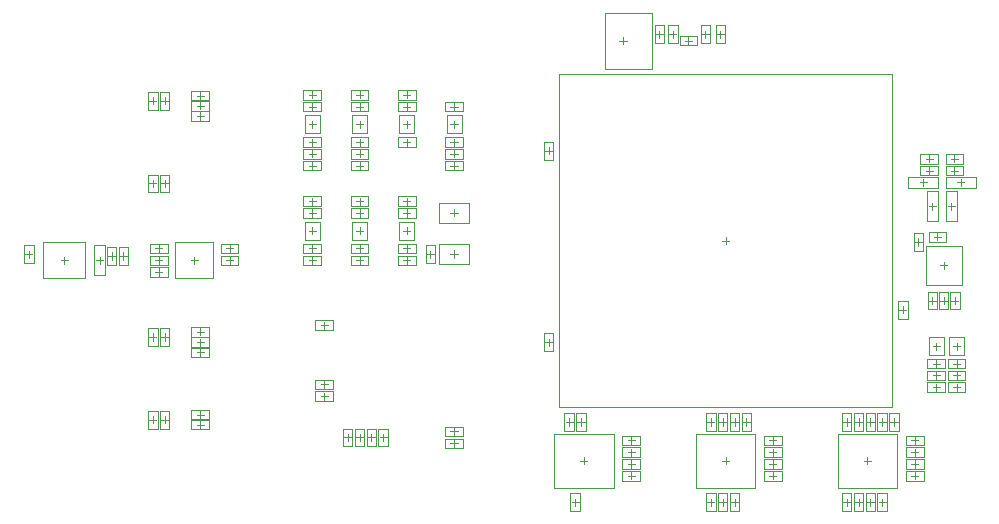
<source format=gbr>
%TF.GenerationSoftware,Altium Limited,Altium Designer,20.0.13 (296)*%
G04 Layer_Color=32896*
%FSLAX26Y26*%
%MOIN*%
%TF.FileFunction,Other,Top_Courtyard*%
%TF.Part,Single*%
G01*
G75*
%TA.AperFunction,NonConductor*%
%ADD62C,0.001968*%
D62*
X1466323Y774087D02*
Y840087D01*
X1368323D02*
X1466323D01*
X1368323Y774087D02*
Y840087D01*
Y774087D02*
X1466323D01*
X1405512Y808087D02*
X1429134D01*
X1417323Y796276D02*
Y819898D01*
X2795276Y107299D02*
Y130921D01*
X2783465Y119110D02*
X2807087D01*
X2696276Y29110D02*
X2894276D01*
X2696276D02*
Y207110D01*
X2894276D01*
Y29110D02*
Y207110D01*
X944882Y1169291D02*
Y1192913D01*
X933071Y1181102D02*
X956693D01*
X915354Y1165354D02*
X974409D01*
X915354Y1196850D02*
X974409D01*
Y1165354D02*
Y1196850D01*
X915354Y1165354D02*
Y1196850D01*
X2089842Y1541339D02*
X2113464D01*
X2101653Y1529528D02*
Y1553150D01*
X2085905Y1511811D02*
Y1570866D01*
X2117401Y1511811D02*
Y1570866D01*
X2085905Y1511811D02*
X2117401D01*
X2085905Y1570866D02*
X2117401D01*
X3030811Y917992D02*
Y1017992D01*
X2992811D02*
X3030811D01*
X2992811Y917992D02*
X3030811D01*
X2992811D02*
Y1017992D01*
X3011811Y956181D02*
Y979803D01*
X3000000Y967992D02*
X3023622D01*
X1767835Y296772D02*
Y1406772D01*
Y296772D02*
X2877835D01*
Y1406772D01*
X1767835D02*
X2877835D01*
X2311024Y851772D02*
X2334646D01*
X2322835Y839961D02*
Y863583D01*
X1968897Y1518937D02*
X1992519D01*
X1980708Y1507126D02*
Y1530748D01*
X1919708Y1424937D02*
Y1612937D01*
X2076708D01*
Y1424937D02*
Y1612937D01*
X1919708Y1424937D02*
X2076708D01*
X217220Y737402D02*
Y837402D01*
Y737402D02*
X255220D01*
X217220Y837402D02*
X255220D01*
Y737402D02*
Y837402D01*
X236220Y775591D02*
Y799213D01*
X224410Y787402D02*
X248031D01*
X401575Y1043307D02*
X425197D01*
X413386Y1031496D02*
Y1055118D01*
X429134Y1013779D02*
Y1072835D01*
X397638Y1013779D02*
Y1072835D01*
X429134D01*
X397638Y1013779D02*
X429134D01*
X440945Y1043307D02*
X464567D01*
X452756Y1031496D02*
Y1055118D01*
X437008Y1013779D02*
Y1072835D01*
X468504Y1013779D02*
Y1072835D01*
X437008Y1013779D02*
X468504D01*
X437008Y1072835D02*
X468504D01*
X440945Y1318898D02*
X464567D01*
X452756Y1307087D02*
Y1330709D01*
X468504Y1289370D02*
Y1348425D01*
X437008Y1289370D02*
Y1348425D01*
X468504D01*
X437008Y1289370D02*
X468504D01*
X401575Y1318898D02*
X425197D01*
X413386Y1307087D02*
Y1330709D01*
X397638Y1289370D02*
Y1348425D01*
X429134Y1289370D02*
Y1348425D01*
X397638Y1289370D02*
X429134D01*
X397638Y1348425D02*
X429134D01*
X401575Y255905D02*
X425197D01*
X413386Y244095D02*
Y267716D01*
X429134Y226378D02*
Y285433D01*
X397638Y226378D02*
Y285433D01*
X429134D01*
X397638Y226378D02*
X429134D01*
X440945Y255905D02*
X464567D01*
X452756Y244095D02*
Y267716D01*
X437008Y226378D02*
Y285433D01*
X468504Y226378D02*
Y285433D01*
X437008Y226378D02*
X468504D01*
X437008Y285433D02*
X468504D01*
X401575Y531496D02*
X425197D01*
X413386Y519685D02*
Y543307D01*
X429134Y501969D02*
Y561024D01*
X397638Y501969D02*
Y561024D01*
X429134D01*
X397638Y501969D02*
X429134D01*
X440945Y531496D02*
X464567D01*
X452756Y519685D02*
Y543307D01*
X437008Y501969D02*
Y561024D01*
X468504Y501969D02*
Y561024D01*
X437008Y501969D02*
X468504D01*
X437008Y561024D02*
X468504D01*
X570866Y227165D02*
Y250787D01*
X559055Y238976D02*
X582677D01*
X541338Y223228D02*
X600394D01*
X541338Y254724D02*
X600394D01*
Y223228D02*
Y254724D01*
X541338Y223228D02*
Y254724D01*
X3055807Y1027732D02*
X3155807D01*
Y1065732D01*
X3055807Y1027732D02*
Y1065732D01*
X3155807D01*
X3093996Y1046732D02*
X3117618D01*
X3105807Y1034921D02*
Y1058543D01*
X3085236Y1074291D02*
Y1097913D01*
X3073425Y1086102D02*
X3097047D01*
X3055709Y1101851D02*
X3114764D01*
X3055709Y1070354D02*
X3114764D01*
X3055709D02*
Y1101851D01*
X3114764Y1070354D02*
Y1101851D01*
X3085236Y1113661D02*
Y1137283D01*
X3073425Y1125472D02*
X3097047D01*
X3055709Y1141220D02*
X3114764D01*
X3055709Y1109724D02*
X3114764D01*
X3055709D02*
Y1141220D01*
X3114764Y1109724D02*
Y1141220D01*
X3074803Y653032D02*
X3098425D01*
X3086614Y641221D02*
Y664842D01*
X3102362Y623504D02*
Y682559D01*
X3070866Y623504D02*
Y682559D01*
X3102362D01*
X3070866Y623504D02*
X3102362D01*
X3000000Y653032D02*
X3023622D01*
X3011811Y641221D02*
Y664842D01*
X2996063Y623504D02*
Y682559D01*
X3027559Y623504D02*
Y682559D01*
X2996063Y623504D02*
X3027559D01*
X2996063Y682559D02*
X3027559D01*
X2953189Y848071D02*
X2976811D01*
X2965000Y836260D02*
Y859882D01*
X2949252Y818543D02*
Y877598D01*
X2980748Y818543D02*
Y877598D01*
X2949252Y818543D02*
X2980748D01*
X2949252Y877598D02*
X2980748D01*
X2930807Y1065732D02*
X3030807D01*
X2930807Y1027732D02*
Y1065732D01*
X3030807Y1027732D02*
Y1065732D01*
X2930807Y1027732D02*
X3030807D01*
X2968996Y1046732D02*
X2992618D01*
X2980807Y1034921D02*
Y1058543D01*
X3001378Y1074291D02*
Y1097913D01*
X2989567Y1086102D02*
X3013189D01*
X2971850Y1070354D02*
X3030906D01*
X2971850Y1101850D02*
X3030906D01*
Y1070354D02*
Y1101850D01*
X2971850Y1070354D02*
Y1101850D01*
X3001378Y1113661D02*
Y1137283D01*
X2989567Y1125472D02*
X3013189D01*
X2971850Y1109724D02*
X3030906D01*
X2971850Y1141220D02*
X3030906D01*
Y1109724D02*
Y1141220D01*
X2971850Y1109724D02*
Y1141220D01*
X669291Y814961D02*
Y838583D01*
X657480Y826772D02*
X681102D01*
X639764Y811024D02*
X698819D01*
X639764Y842520D02*
X698819D01*
Y811024D02*
Y842520D01*
X639764Y811024D02*
Y842520D01*
X433071Y736221D02*
Y759842D01*
X421260Y748032D02*
X444882D01*
X403543Y732283D02*
X462599D01*
X403543Y763779D02*
X462599D01*
Y732283D02*
Y763779D01*
X403543Y732283D02*
Y763779D01*
X433071Y814961D02*
Y838583D01*
X421260Y826772D02*
X444882D01*
X403543Y842520D02*
X462599D01*
X403543Y811024D02*
X462599D01*
X403543D02*
Y842520D01*
X462599Y811024D02*
Y842520D01*
X-11811Y807874D02*
X11811D01*
X0Y796063D02*
Y819685D01*
X-15748Y778346D02*
Y837402D01*
X15748Y778346D02*
Y837402D01*
X-15748Y778346D02*
X15748D01*
X-15748Y837402D02*
X15748D01*
X263780Y801476D02*
X287402D01*
X275591Y789665D02*
Y813287D01*
X291339Y771949D02*
Y831004D01*
X259843Y771949D02*
Y831004D01*
X291339D01*
X259843Y771949D02*
X291339D01*
X303150Y801476D02*
X326772D01*
X314961Y789665D02*
Y813287D01*
X299212Y771949D02*
Y831004D01*
X330709Y771949D02*
Y831004D01*
X299212Y771949D02*
X330709D01*
X299212Y831004D02*
X330709D01*
X2901575Y622244D02*
X2925197D01*
X2913386Y610433D02*
Y634055D01*
X2929134Y592716D02*
Y651772D01*
X2897638Y592716D02*
Y651772D01*
X2929134D01*
X2897638Y592716D02*
X2929134D01*
X2243700Y1541339D02*
X2267322D01*
X2255511Y1529528D02*
Y1553150D01*
X2239763Y1511811D02*
Y1570866D01*
X2271259Y1511811D02*
Y1570866D01*
X2239763Y1511811D02*
X2271259D01*
X2239763Y1570866D02*
X2271259D01*
X2134842Y1541339D02*
X2158464D01*
X2146653Y1529528D02*
Y1553150D01*
X2130905Y1511811D02*
Y1570866D01*
X2162401Y1511811D02*
Y1570866D01*
X2130905Y1511811D02*
X2162401D01*
X2130905Y1570866D02*
X2162401D01*
X3092441Y431181D02*
Y454803D01*
X3080630Y442992D02*
X3104252D01*
X3062913Y427244D02*
X3121968D01*
X3062913Y458740D02*
X3121968D01*
Y427244D02*
Y458740D01*
X3062913Y427244D02*
Y458740D01*
X3024685Y431181D02*
Y454803D01*
X3012874Y442992D02*
X3036496D01*
X2995157Y427244D02*
X3054213D01*
X2995157Y458740D02*
X3054213D01*
Y427244D02*
Y458740D01*
X2995157Y427244D02*
Y458740D01*
X2007874Y135827D02*
Y159449D01*
X1996063Y147638D02*
X2019685D01*
X1978346Y163386D02*
X2037402D01*
X1978346Y131890D02*
X2037402D01*
X1978346D02*
Y163386D01*
X2037402Y131890D02*
Y163386D01*
X2007874Y96457D02*
Y120079D01*
X1996063Y108268D02*
X2019685D01*
X1978346Y124016D02*
X2037402D01*
X1978346Y92520D02*
X2037402D01*
X1978346D02*
Y124016D01*
X2037402Y92520D02*
Y124016D01*
X2007874Y57087D02*
Y80709D01*
X1996063Y68898D02*
X2019685D01*
X1978346Y84646D02*
X2037402D01*
X1978346Y53150D02*
X2037402D01*
X1978346D02*
Y84646D01*
X2037402Y53150D02*
Y84646D01*
X1789370Y248031D02*
X1812992D01*
X1801181Y236220D02*
Y259842D01*
X1785433Y218504D02*
Y277559D01*
X1816929Y218504D02*
Y277559D01*
X1785433Y218504D02*
X1816929D01*
X1785433Y277559D02*
X1816929D01*
X1828740Y248031D02*
X1852362D01*
X1840551Y236220D02*
Y259842D01*
X1824803Y218504D02*
Y277559D01*
X1856299Y218504D02*
Y277559D01*
X1824803Y218504D02*
X1856299D01*
X1824803Y277559D02*
X1856299D01*
X1809055Y-19685D02*
X1832677D01*
X1820866Y-31496D02*
Y-7874D01*
X1836614Y-49213D02*
Y9843D01*
X1805118Y-49213D02*
Y9843D01*
X1836614D01*
X1805118Y-49213D02*
X1836614D01*
X2480315Y175197D02*
Y198819D01*
X2468504Y187008D02*
X2492126D01*
X2450787Y202756D02*
X2509843D01*
X2450787Y171260D02*
X2509843D01*
X2450787D02*
Y202756D01*
X2509843Y171260D02*
Y202756D01*
X2480315Y135827D02*
Y159449D01*
X2468504Y147638D02*
X2492126D01*
X2450787Y163386D02*
X2509843D01*
X2450787Y131890D02*
X2509843D01*
X2450787D02*
Y163386D01*
X2509843Y131890D02*
Y163386D01*
X2480315Y96457D02*
Y120079D01*
X2468504Y108268D02*
X2492126D01*
X2450787Y124016D02*
X2509843D01*
X2450787Y92520D02*
X2509843D01*
X2450787D02*
Y124016D01*
X2509843Y92520D02*
Y124016D01*
X2261811Y248031D02*
X2285433D01*
X2273622Y236220D02*
Y259842D01*
X2257874Y218504D02*
Y277559D01*
X2289370Y218504D02*
Y277559D01*
X2257874Y218504D02*
X2289370D01*
X2257874Y277559D02*
X2289370D01*
X2301181Y248031D02*
X2324803D01*
X2312992Y236220D02*
Y259842D01*
X2297244Y218504D02*
Y277559D01*
X2328740Y218504D02*
Y277559D01*
X2297244Y218504D02*
X2328740D01*
X2297244Y277559D02*
X2328740D01*
X2340551Y248031D02*
X2364173D01*
X2352362Y236220D02*
Y259842D01*
X2336614Y218504D02*
Y277559D01*
X2368110Y218504D02*
Y277559D01*
X2336614Y218504D02*
X2368110D01*
X2336614Y277559D02*
X2368110D01*
X2261811Y-19685D02*
X2285433D01*
X2273622Y-31496D02*
Y-7874D01*
X2289370Y-49213D02*
Y9843D01*
X2257874Y-49213D02*
Y9843D01*
X2289370D01*
X2257874Y-49213D02*
X2289370D01*
X2301181Y-19685D02*
X2324803D01*
X2312992Y-31496D02*
Y-7874D01*
X2328740Y-49213D02*
Y9843D01*
X2297244Y-49213D02*
Y9843D01*
X2328740D01*
X2297244Y-49213D02*
X2328740D01*
X2340551Y-19685D02*
X2364173D01*
X2352362Y-31496D02*
Y-7874D01*
X2368110Y-49213D02*
Y9843D01*
X2336614Y-49213D02*
Y9843D01*
X2368110D01*
X2336614Y-49213D02*
X2368110D01*
X2952756Y135827D02*
Y159449D01*
X2940945Y147638D02*
X2964567D01*
X2923228Y163386D02*
X2982284D01*
X2923228Y131890D02*
X2982284D01*
X2923228D02*
Y163386D01*
X2982284Y131890D02*
Y163386D01*
X2952756Y96457D02*
Y120079D01*
X2940945Y108268D02*
X2964567D01*
X2923228Y124016D02*
X2982284D01*
X2923228Y92520D02*
X2982284D01*
X2923228D02*
Y124016D01*
X2982284Y92520D02*
Y124016D01*
X2952756Y57087D02*
Y80709D01*
X2940945Y68898D02*
X2964567D01*
X2923228Y84646D02*
X2982284D01*
X2923228Y53150D02*
X2982284D01*
X2923228D02*
Y84646D01*
X2982284Y53150D02*
Y84646D01*
X2714567Y248031D02*
X2738189D01*
X2726378Y236220D02*
Y259842D01*
X2710630Y218504D02*
Y277559D01*
X2742126Y218504D02*
Y277559D01*
X2710630Y218504D02*
X2742126D01*
X2710630Y277559D02*
X2742126D01*
X2753937Y248031D02*
X2777559D01*
X2765748Y236220D02*
Y259842D01*
X2750000Y218504D02*
Y277559D01*
X2781496Y218504D02*
Y277559D01*
X2750000Y218504D02*
X2781496D01*
X2750000Y277559D02*
X2781496D01*
X2793307Y248031D02*
X2816929D01*
X2805118Y236220D02*
Y259842D01*
X2789370Y218504D02*
Y277559D01*
X2820866Y218504D02*
Y277559D01*
X2789370Y218504D02*
X2820866D01*
X2789370Y277559D02*
X2820866D01*
X2832677Y248031D02*
X2856299D01*
X2844488Y236220D02*
Y259842D01*
X2828740Y218504D02*
Y277559D01*
X2860236Y218504D02*
Y277559D01*
X2828740Y218504D02*
X2860236D01*
X2828740Y277559D02*
X2860236D01*
X2714567Y-19685D02*
X2738189D01*
X2726378Y-31496D02*
Y-7874D01*
X2742126Y-49213D02*
Y9843D01*
X2710630Y-49213D02*
Y9843D01*
X2742126D01*
X2710630Y-49213D02*
X2742126D01*
X2753937Y-19685D02*
X2777559D01*
X2765748Y-31496D02*
Y-7874D01*
X2781496Y-49213D02*
Y9843D01*
X2750000Y-49213D02*
Y9843D01*
X2781496D01*
X2750000Y-49213D02*
X2781496D01*
X2793307Y-19685D02*
X2816929D01*
X2805118Y-31496D02*
Y-7874D01*
X2820866Y-49213D02*
Y9843D01*
X2789370Y-49213D02*
Y9843D01*
X2820866D01*
X2789370Y-49213D02*
X2820866D01*
X2832677Y-19685D02*
X2856299D01*
X2844488Y-31496D02*
Y-7874D01*
X2860236Y-49213D02*
Y9843D01*
X2828740Y-49213D02*
Y9843D01*
X2860236D01*
X2828740Y-49213D02*
X2860236D01*
X1417323Y1129921D02*
Y1153543D01*
X1405512Y1141732D02*
X1429134D01*
X1387795Y1125984D02*
X1446850D01*
X1387795Y1157480D02*
X1446850D01*
Y1125984D02*
Y1157480D01*
X1387795Y1125984D02*
Y1157480D01*
X1417323Y1287402D02*
Y1311024D01*
X1405512Y1299213D02*
X1429134D01*
X1387795Y1314961D02*
X1446850D01*
X1387795Y1283465D02*
X1446850D01*
X1387795D02*
Y1314961D01*
X1446850Y1283465D02*
Y1314961D01*
X1259842Y1326772D02*
Y1350394D01*
X1248032Y1338583D02*
X1271653D01*
X1230315Y1354331D02*
X1289370D01*
X1230315Y1322835D02*
X1289370D01*
X1230315D02*
Y1354331D01*
X1289370Y1322835D02*
Y1354331D01*
X1102362Y1129921D02*
Y1153543D01*
X1090551Y1141732D02*
X1114173D01*
X1072835Y1125984D02*
X1131890D01*
X1072835Y1157480D02*
X1131890D01*
Y1125984D02*
Y1157480D01*
X1072835Y1125984D02*
Y1157480D01*
X1102362Y1326772D02*
Y1350394D01*
X1090551Y1338583D02*
X1114173D01*
X1072835Y1354331D02*
X1131890D01*
X1072835Y1322835D02*
X1131890D01*
X1072835D02*
Y1354331D01*
X1131890Y1322835D02*
Y1354331D01*
X944882Y1129921D02*
Y1153543D01*
X933071Y1141732D02*
X956693D01*
X915354Y1125984D02*
X974409D01*
X915354Y1157480D02*
X974409D01*
Y1125984D02*
Y1157480D01*
X915354Y1125984D02*
Y1157480D01*
X944882Y1326772D02*
Y1350394D01*
X933071Y1338583D02*
X956693D01*
X915354Y1354331D02*
X974409D01*
X915354Y1322835D02*
X974409D01*
X915354D02*
Y1354331D01*
X974409Y1322835D02*
Y1354331D01*
X1129921Y196850D02*
X1153543D01*
X1141732Y185039D02*
Y208661D01*
X1125984Y167323D02*
Y226378D01*
X1157480Y167323D02*
Y226378D01*
X1125984Y167323D02*
X1157480D01*
X1125984Y226378D02*
X1157480D01*
X1169291Y196850D02*
X1192913D01*
X1181102Y185039D02*
Y208661D01*
X1165354Y167323D02*
Y226378D01*
X1196850Y167323D02*
Y226378D01*
X1165354Y167323D02*
X1196850D01*
X1165354Y226378D02*
X1196850D01*
X1417323Y165354D02*
Y188976D01*
X1405512Y177165D02*
X1429134D01*
X1387795Y192913D02*
X1446850D01*
X1387795Y161417D02*
X1446850D01*
X1387795D02*
Y192913D01*
X1446850Y161417D02*
Y192913D01*
X1090551Y196850D02*
X1114173D01*
X1102362Y185039D02*
Y208661D01*
X1118110Y167323D02*
Y226378D01*
X1086614Y167323D02*
Y226378D01*
X1118110D01*
X1086614Y167323D02*
X1118110D01*
X1051181Y196850D02*
X1074803D01*
X1062992Y185039D02*
Y208661D01*
X1047244Y167323D02*
Y226378D01*
X1078740Y167323D02*
Y226378D01*
X1047244Y167323D02*
X1078740D01*
X1047244Y226378D02*
X1078740D01*
X1102362Y972441D02*
Y996063D01*
X1090551Y984252D02*
X1114173D01*
X1072835Y1000000D02*
X1131890D01*
X1072835Y968504D02*
X1131890D01*
X1072835D02*
Y1000000D01*
X1131890Y968504D02*
Y1000000D01*
X1102362Y814961D02*
Y838583D01*
X1090551Y826772D02*
X1114173D01*
X1072835Y842520D02*
X1131890D01*
X1072835Y811024D02*
X1131890D01*
X1072835D02*
Y842520D01*
X1131890Y811024D02*
Y842520D01*
X1326772Y807087D02*
X1350394D01*
X1338583Y795276D02*
Y818898D01*
X1322835Y777559D02*
Y836614D01*
X1354331Y777559D02*
Y836614D01*
X1322835Y777559D02*
X1354331D01*
X1322835Y836614D02*
X1354331D01*
X1259842Y972441D02*
Y996063D01*
X1248032Y984252D02*
X1271653D01*
X1230315Y1000000D02*
X1289370D01*
X1230315Y968504D02*
X1289370D01*
X1230315D02*
Y1000000D01*
X1289370Y968504D02*
Y1000000D01*
X1259842Y814961D02*
Y838583D01*
X1248032Y826772D02*
X1271653D01*
X1230315Y842520D02*
X1289370D01*
X1230315Y811024D02*
X1289370D01*
X1230315D02*
Y842520D01*
X1289370Y811024D02*
Y842520D01*
X944882Y972441D02*
Y996063D01*
X933071Y984252D02*
X956693D01*
X915354Y1000000D02*
X974409D01*
X915354Y968504D02*
X974409D01*
X915354D02*
Y1000000D01*
X974409Y968504D02*
Y1000000D01*
X944882Y814961D02*
Y838583D01*
X933071Y826772D02*
X956693D01*
X915354Y842520D02*
X974409D01*
X915354Y811024D02*
X974409D01*
X915354D02*
Y842520D01*
X974409Y811024D02*
Y842520D01*
X984252Y322835D02*
Y346457D01*
X972441Y334646D02*
X996063D01*
X954724Y350394D02*
X1013780D01*
X954724Y318898D02*
X1013780D01*
X954724D02*
Y350394D01*
X1013780Y318898D02*
Y350394D01*
X1466323Y911882D02*
Y977882D01*
X1368323D02*
X1466323D01*
X1368323Y911882D02*
Y977882D01*
Y911882D02*
X1466323D01*
X1405512Y945882D02*
X1429134D01*
X1417323Y934071D02*
Y957693D01*
X3093803Y917992D02*
Y1017992D01*
X3055803D02*
X3093803D01*
X3055803Y917992D02*
X3093803D01*
X3055803D02*
Y1017992D01*
X3074803Y956181D02*
Y979803D01*
X3062992Y967992D02*
X3086614D01*
X2293700Y1541339D02*
X2317322D01*
X2305511Y1529528D02*
Y1553150D01*
X2289763Y1511811D02*
Y1570866D01*
X2321259Y1511811D02*
Y1570866D01*
X2289763Y1511811D02*
X2321259D01*
X2289763Y1570866D02*
X2321259D01*
X3117441Y470748D02*
Y530748D01*
X3067441D02*
X3117441D01*
X3067441Y470748D02*
Y530748D01*
Y470748D02*
X3117441D01*
X3080630Y500748D02*
X3104252D01*
X3092441Y488937D02*
Y512559D01*
X3049685Y470748D02*
Y530748D01*
X2999685D02*
X3049685D01*
X2999685Y470748D02*
Y530748D01*
Y470748D02*
X3049685D01*
X3012874Y500748D02*
X3036496D01*
X3024685Y488937D02*
Y512559D01*
X1442323Y1210158D02*
Y1270158D01*
X1392323D02*
X1442323D01*
X1392323Y1210158D02*
Y1270158D01*
Y1210158D02*
X1442323D01*
X1405512Y1240158D02*
X1429134D01*
X1417323Y1228347D02*
Y1251968D01*
X1284842Y1210158D02*
Y1270158D01*
X1234842D02*
X1284842D01*
X1234842Y1210158D02*
Y1270158D01*
Y1210158D02*
X1284842D01*
X1248032Y1240158D02*
X1271653D01*
X1259842Y1228347D02*
Y1251968D01*
X1127362Y1210158D02*
Y1270158D01*
X1077362D02*
X1127362D01*
X1077362Y1210158D02*
Y1270158D01*
Y1210158D02*
X1127362D01*
X1090551Y1240158D02*
X1114173D01*
X1102362Y1228347D02*
Y1251968D01*
X969882Y1210158D02*
Y1270158D01*
X919882D02*
X969882D01*
X919882Y1210158D02*
Y1270158D01*
Y1210158D02*
X969882D01*
X933071Y1240158D02*
X956693D01*
X944882Y1228347D02*
Y1251968D01*
X1077362Y855827D02*
Y915827D01*
Y855827D02*
X1127362D01*
Y915827D01*
X1077362D02*
X1127362D01*
X1090551Y885827D02*
X1114173D01*
X1102362Y874016D02*
Y897638D01*
X1234842Y855827D02*
Y915827D01*
Y855827D02*
X1284842D01*
Y915827D01*
X1234842D02*
X1284842D01*
X1248032Y885827D02*
X1271653D01*
X1259842Y874016D02*
Y897638D01*
X919882Y855827D02*
Y915827D01*
Y855827D02*
X969882D01*
Y915827D01*
X919882D02*
X969882D01*
X933071Y885827D02*
X956693D01*
X944882Y874016D02*
Y897638D01*
X570866Y1256299D02*
Y1279921D01*
X559055Y1268110D02*
X582677D01*
X541338Y1283858D02*
X600394D01*
X541338Y1252362D02*
X600394D01*
X541338D02*
Y1283858D01*
X600394Y1252362D02*
Y1283858D01*
X570866Y1290158D02*
Y1313780D01*
X559055Y1301968D02*
X582677D01*
X541338Y1317717D02*
X600394D01*
X541338Y1286220D02*
X600394D01*
X541338D02*
Y1317717D01*
X600394Y1286220D02*
Y1317717D01*
X570866Y1324016D02*
Y1347638D01*
X559055Y1335827D02*
X582677D01*
X541338Y1320079D02*
X600394D01*
X541338Y1351575D02*
X600394D01*
Y1320079D02*
Y1351575D01*
X541338Y1320079D02*
Y1351575D01*
X570866Y468898D02*
Y492520D01*
X559055Y480709D02*
X582677D01*
X541338Y496457D02*
X600394D01*
X541338Y464961D02*
X600394D01*
X541338D02*
Y496457D01*
X600394Y464961D02*
Y496457D01*
X570866Y502756D02*
Y526378D01*
X559055Y514567D02*
X582677D01*
X541338Y530315D02*
X600394D01*
X541338Y498819D02*
X600394D01*
X541338D02*
Y530315D01*
X600394Y498819D02*
Y530315D01*
X570866Y261024D02*
Y284646D01*
X559055Y272835D02*
X582677D01*
X541338Y257087D02*
X600394D01*
X541338Y288583D02*
X600394D01*
Y257087D02*
Y288583D01*
X541338Y257087D02*
Y288583D01*
X570866Y536614D02*
Y560236D01*
X559055Y548425D02*
X582677D01*
X541338Y532677D02*
X600394D01*
X541338Y564173D02*
X600394D01*
Y532677D02*
Y564173D01*
X541338Y532677D02*
Y564173D01*
X3028740Y853189D02*
Y876811D01*
X3016929Y865000D02*
X3040551D01*
X2999213Y849252D02*
X3058268D01*
X2999213Y880748D02*
X3058268D01*
Y849252D02*
Y880748D01*
X2999213Y849252D02*
Y880748D01*
X3037402Y653032D02*
X3061024D01*
X3049213Y641221D02*
Y664842D01*
X3064961Y623504D02*
Y682559D01*
X3033465Y623504D02*
Y682559D01*
X3064961D01*
X3033465Y623504D02*
X3064961D01*
X669291Y775591D02*
Y799213D01*
X657480Y787402D02*
X681102D01*
X639764Y803150D02*
X698819D01*
X639764Y771654D02*
X698819D01*
X639764D02*
Y803150D01*
X698819Y771654D02*
Y803150D01*
X433071Y775591D02*
Y799213D01*
X421260Y787402D02*
X444882D01*
X403543Y771654D02*
X462599D01*
X403543Y803150D02*
X462599D01*
Y771654D02*
Y803150D01*
X403543Y771654D02*
Y803150D01*
X1716535Y1122637D02*
X1748032D01*
X1716535Y1181693D02*
X1748032D01*
X1716535Y1122637D02*
Y1181693D01*
X1748032Y1122637D02*
Y1181693D01*
X1732284Y1140354D02*
Y1163976D01*
X1720473Y1152165D02*
X1744094D01*
X1716535Y484842D02*
X1748032D01*
X1716535Y543898D02*
X1748032D01*
X1716535Y484842D02*
Y543898D01*
X1748032Y484842D02*
Y543898D01*
X1732284Y502559D02*
Y526181D01*
X1720473Y514370D02*
X1744094D01*
X2198582Y1507126D02*
Y1530748D01*
X2186771Y1518937D02*
X2210393D01*
X2169054Y1503189D02*
X2228110D01*
X2169054Y1534685D02*
X2228110D01*
Y1503189D02*
Y1534685D01*
X2169054Y1503189D02*
Y1534685D01*
X3092441Y352441D02*
Y376063D01*
X3080630Y364252D02*
X3104252D01*
X3062913Y348504D02*
X3121968D01*
X3062913Y380000D02*
X3121968D01*
Y348504D02*
Y380000D01*
X3062913Y348504D02*
Y380000D01*
X3024685Y352441D02*
Y376063D01*
X3012874Y364252D02*
X3036496D01*
X2995157Y348504D02*
X3054213D01*
X2995157Y380000D02*
X3054213D01*
Y348504D02*
Y380000D01*
X2995157Y348504D02*
Y380000D01*
X3092441Y391811D02*
Y415433D01*
X3080630Y403622D02*
X3104252D01*
X3062913Y419370D02*
X3121968D01*
X3062913Y387874D02*
X3121968D01*
X3062913D02*
Y419370D01*
X3121968Y387874D02*
Y419370D01*
X3024685Y391811D02*
Y415433D01*
X3012874Y403622D02*
X3036496D01*
X2995157Y419370D02*
X3054213D01*
X2995157Y387874D02*
X3054213D01*
X2995157D02*
Y419370D01*
X3054213Y387874D02*
Y419370D01*
X2007874Y175197D02*
Y198819D01*
X1996063Y187008D02*
X2019685D01*
X1978346Y171260D02*
X2037402D01*
X1978346Y202756D02*
X2037402D01*
Y171260D02*
Y202756D01*
X1978346Y171260D02*
Y202756D01*
X2480315Y57087D02*
Y80709D01*
X2468504Y68898D02*
X2492126D01*
X2450787Y53150D02*
X2509843D01*
X2450787Y84646D02*
X2509843D01*
Y53150D02*
Y84646D01*
X2450787Y53150D02*
Y84646D01*
X2379921Y248031D02*
X2403543D01*
X2391732Y236220D02*
Y259842D01*
X2407480Y218504D02*
Y277559D01*
X2375984Y218504D02*
Y277559D01*
X2407480D01*
X2375984Y218504D02*
X2407480D01*
X2872047Y248031D02*
X2895669D01*
X2883858Y236220D02*
Y259842D01*
X2899606Y218504D02*
Y277559D01*
X2868110Y218504D02*
Y277559D01*
X2899606D01*
X2868110Y218504D02*
X2899606D01*
X2952756Y175197D02*
Y198819D01*
X2940945Y187008D02*
X2964567D01*
X2923228Y171260D02*
X2982284D01*
X2923228Y202756D02*
X2982284D01*
Y171260D02*
Y202756D01*
X2923228Y171260D02*
Y202756D01*
X1417323Y1169291D02*
Y1192913D01*
X1405512Y1181102D02*
X1429134D01*
X1387795Y1165354D02*
X1446850D01*
X1387795Y1196850D02*
X1446850D01*
Y1165354D02*
Y1196850D01*
X1387795Y1165354D02*
Y1196850D01*
X1417323Y1090551D02*
Y1114173D01*
X1405512Y1102362D02*
X1429134D01*
X1387795Y1086614D02*
X1446850D01*
X1387795Y1118110D02*
X1446850D01*
Y1086614D02*
Y1118110D01*
X1387795Y1086614D02*
Y1118110D01*
X1259842Y1287402D02*
Y1311024D01*
X1248032Y1299213D02*
X1271653D01*
X1230315Y1283465D02*
X1289370D01*
X1230315Y1314961D02*
X1289370D01*
Y1283465D02*
Y1314961D01*
X1230315Y1283465D02*
Y1314961D01*
X1102362Y1287402D02*
Y1311024D01*
X1090551Y1299213D02*
X1114173D01*
X1072835Y1283465D02*
X1131890D01*
X1072835Y1314961D02*
X1131890D01*
Y1283465D02*
Y1314961D01*
X1072835Y1283465D02*
Y1314961D01*
X1102362Y1090551D02*
Y1114173D01*
X1090551Y1102362D02*
X1114173D01*
X1072835Y1118110D02*
X1131890D01*
X1072835Y1086614D02*
X1131890D01*
X1072835D02*
Y1118110D01*
X1131890Y1086614D02*
Y1118110D01*
X944882Y1090551D02*
Y1114173D01*
X933071Y1102362D02*
X956693D01*
X915354Y1118110D02*
X974409D01*
X915354Y1086614D02*
X974409D01*
X915354D02*
Y1118110D01*
X974409Y1086614D02*
Y1118110D01*
X1417323Y204724D02*
Y228346D01*
X1405512Y216535D02*
X1429134D01*
X1387795Y232284D02*
X1446850D01*
X1387795Y200787D02*
X1446850D01*
X1387795D02*
Y232284D01*
X1446850Y200787D02*
Y232284D01*
X1102362Y775591D02*
Y799213D01*
X1090551Y787402D02*
X1114173D01*
X1072835Y803150D02*
X1131890D01*
X1072835Y771654D02*
X1131890D01*
X1072835D02*
Y803150D01*
X1131890Y771654D02*
Y803150D01*
X1102362Y933071D02*
Y956693D01*
X1090551Y944882D02*
X1114173D01*
X1072835Y929134D02*
X1131890D01*
X1072835Y960630D02*
X1131890D01*
Y929134D02*
Y960630D01*
X1072835Y929134D02*
Y960630D01*
X1259842Y775591D02*
Y799213D01*
X1248032Y787402D02*
X1271653D01*
X1230315Y803150D02*
X1289370D01*
X1230315Y771654D02*
X1289370D01*
X1230315D02*
Y803150D01*
X1289370Y771654D02*
Y803150D01*
X1259842Y933071D02*
Y956693D01*
X1248032Y944882D02*
X1271653D01*
X1230315Y929134D02*
X1289370D01*
X1230315Y960630D02*
X1289370D01*
Y929134D02*
Y960630D01*
X1230315Y929134D02*
Y960630D01*
X944882Y775591D02*
Y799213D01*
X933071Y787402D02*
X956693D01*
X915354Y803150D02*
X974409D01*
X915354Y771654D02*
X974409D01*
X915354D02*
Y803150D01*
X974409Y771654D02*
Y803150D01*
X944882Y933071D02*
Y956693D01*
X933071Y944882D02*
X956693D01*
X915354Y929134D02*
X974409D01*
X915354Y960630D02*
X974409D01*
Y929134D02*
Y960630D01*
X915354Y929134D02*
Y960630D01*
X984252Y559055D02*
Y582677D01*
X972441Y570866D02*
X996063D01*
X954724Y555118D02*
X1013780D01*
X954724Y586614D02*
X1013780D01*
Y555118D02*
Y586614D01*
X954724Y555118D02*
Y586614D01*
X984252Y362205D02*
Y385827D01*
X972441Y374016D02*
X996063D01*
X954724Y389764D02*
X1013780D01*
X954724Y358268D02*
X1013780D01*
X954724D02*
Y389764D01*
X1013780Y358268D02*
Y389764D01*
X2989213Y706142D02*
X3109213D01*
Y835142D01*
X2989213D02*
X3109213D01*
X2989213Y706142D02*
Y835142D01*
X3049213Y759331D02*
Y782953D01*
X3037402Y771142D02*
X3061024D01*
X486181Y727402D02*
Y847402D01*
Y727402D02*
X615181D01*
Y847402D01*
X486181D02*
X615181D01*
X539370Y787402D02*
X562992D01*
X551181Y775591D02*
Y799213D01*
X118110Y775591D02*
Y799213D01*
X106299Y787402D02*
X129921D01*
X48110Y847402D02*
X188110D01*
Y727402D02*
Y847402D01*
X48110Y727402D02*
X188110D01*
X48110D02*
Y847402D01*
X1850394Y107299D02*
Y130921D01*
X1838583Y119110D02*
X1862205D01*
X1751394Y29110D02*
X1949394D01*
X1751394D02*
Y207110D01*
X1949394D01*
Y29110D02*
Y207110D01*
X2322835Y107299D02*
Y130921D01*
X2311024Y119110D02*
X2334646D01*
X2223835Y29110D02*
X2421835D01*
X2223835D02*
Y207110D01*
X2421835D01*
Y29110D02*
Y207110D01*
X944882Y1287402D02*
Y1311024D01*
X933071Y1299213D02*
X956693D01*
X915354Y1283465D02*
X974409D01*
X915354Y1314961D02*
X974409D01*
Y1283465D02*
Y1314961D01*
X915354Y1283465D02*
Y1314961D01*
X1259842Y1169291D02*
Y1192913D01*
X1248032Y1181102D02*
X1271653D01*
X1230315Y1165354D02*
X1289370D01*
X1230315Y1196850D02*
X1289370D01*
Y1165354D02*
Y1196850D01*
X1230315Y1165354D02*
Y1196850D01*
X1102362Y1169291D02*
Y1192913D01*
X1090551Y1181102D02*
X1114173D01*
X1072835Y1165354D02*
X1131890D01*
X1072835Y1196850D02*
X1131890D01*
Y1165354D02*
Y1196850D01*
X1072835Y1165354D02*
Y1196850D01*
%TF.MD5,06dd391bb24ad4eb39f109591aa13e9a*%
M02*

</source>
